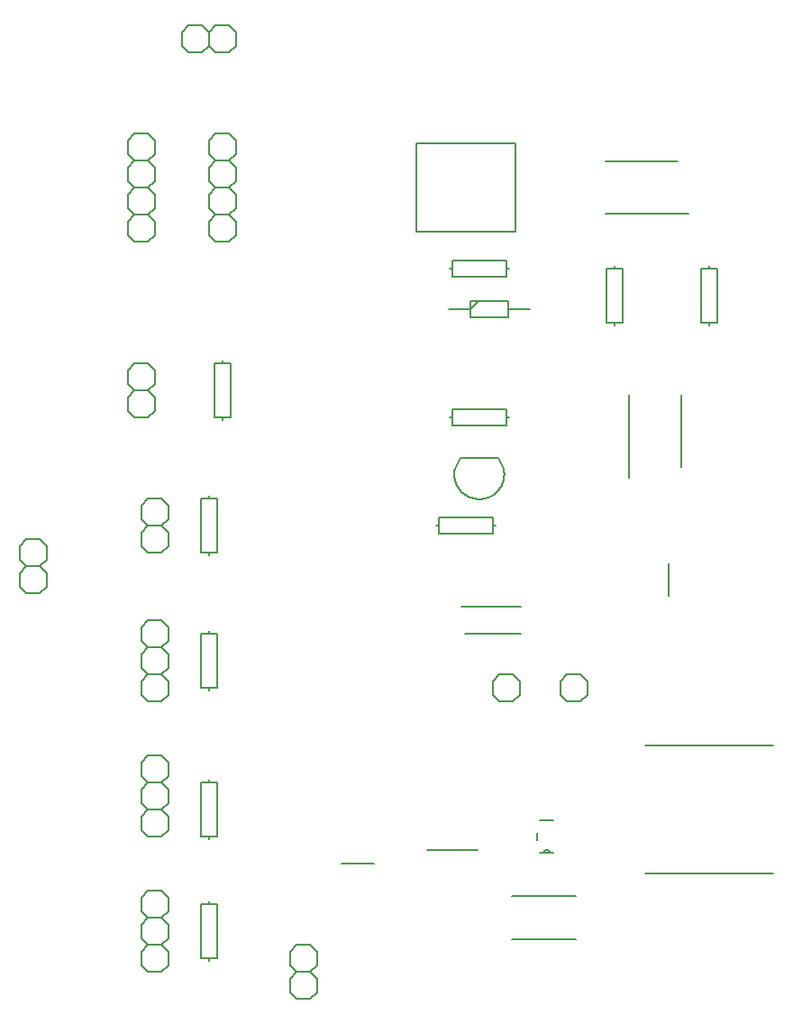
<source format=gto>
G75*
%MOIN*%
%OFA0B0*%
%FSLAX25Y25*%
%IPPOS*%
%LPD*%
%AMOC8*
5,1,8,0,0,1.08239X$1,22.5*
%
%ADD10C,0.00600*%
%ADD11C,0.00787*%
%ADD12C,0.00800*%
D10*
X0061000Y0058750D02*
X0063500Y0056250D01*
X0068500Y0056250D01*
X0071000Y0058750D01*
X0071000Y0063750D01*
X0068500Y0066250D01*
X0071000Y0068750D01*
X0071000Y0073750D01*
X0068500Y0076250D01*
X0071000Y0078750D01*
X0071000Y0083750D01*
X0068500Y0086250D01*
X0063500Y0086250D01*
X0061000Y0083750D01*
X0061000Y0078750D01*
X0063500Y0076250D01*
X0068500Y0076250D01*
X0063500Y0076250D02*
X0061000Y0073750D01*
X0061000Y0068750D01*
X0063500Y0066250D01*
X0068500Y0066250D01*
X0063500Y0066250D02*
X0061000Y0063750D01*
X0061000Y0058750D01*
X0063500Y0106250D02*
X0061000Y0108750D01*
X0061000Y0113750D01*
X0063500Y0116250D01*
X0061000Y0118750D01*
X0061000Y0123750D01*
X0063500Y0126250D01*
X0061000Y0128750D01*
X0061000Y0133750D01*
X0063500Y0136250D01*
X0068500Y0136250D01*
X0071000Y0133750D01*
X0071000Y0128750D01*
X0068500Y0126250D01*
X0071000Y0123750D01*
X0071000Y0118750D01*
X0068500Y0116250D01*
X0071000Y0113750D01*
X0071000Y0108750D01*
X0068500Y0106250D01*
X0063500Y0106250D01*
X0063500Y0116250D02*
X0068500Y0116250D01*
X0068500Y0126250D02*
X0063500Y0126250D01*
X0063500Y0156250D02*
X0061000Y0158750D01*
X0061000Y0163750D01*
X0063500Y0166250D01*
X0061000Y0168750D01*
X0061000Y0173750D01*
X0063500Y0176250D01*
X0061000Y0178750D01*
X0061000Y0183750D01*
X0063500Y0186250D01*
X0068500Y0186250D01*
X0071000Y0183750D01*
X0071000Y0178750D01*
X0068500Y0176250D01*
X0071000Y0173750D01*
X0071000Y0168750D01*
X0068500Y0166250D01*
X0071000Y0163750D01*
X0071000Y0158750D01*
X0068500Y0156250D01*
X0063500Y0156250D01*
X0063500Y0166250D02*
X0068500Y0166250D01*
X0068500Y0176250D02*
X0063500Y0176250D01*
X0063500Y0211250D02*
X0061000Y0213750D01*
X0061000Y0218750D01*
X0063500Y0221250D01*
X0061000Y0223750D01*
X0061000Y0228750D01*
X0063500Y0231250D01*
X0068500Y0231250D01*
X0071000Y0228750D01*
X0071000Y0223750D01*
X0068500Y0221250D01*
X0071000Y0218750D01*
X0071000Y0213750D01*
X0068500Y0211250D01*
X0063500Y0211250D01*
X0063500Y0221250D02*
X0068500Y0221250D01*
X0063500Y0261250D02*
X0058500Y0261250D01*
X0056000Y0263750D01*
X0056000Y0268750D01*
X0058500Y0271250D01*
X0056000Y0273750D01*
X0056000Y0278750D01*
X0058500Y0281250D01*
X0063500Y0281250D01*
X0066000Y0278750D01*
X0066000Y0273750D01*
X0063500Y0271250D01*
X0066000Y0268750D01*
X0066000Y0263750D01*
X0063500Y0261250D01*
X0063500Y0271250D02*
X0058500Y0271250D01*
X0023500Y0216250D02*
X0018500Y0216250D01*
X0016000Y0213750D01*
X0016000Y0208750D01*
X0018500Y0206250D01*
X0016000Y0203750D01*
X0016000Y0198750D01*
X0018500Y0196250D01*
X0023500Y0196250D01*
X0026000Y0198750D01*
X0026000Y0203750D01*
X0023500Y0206250D01*
X0018500Y0206250D01*
X0023500Y0206250D02*
X0026000Y0208750D01*
X0026000Y0213750D01*
X0023500Y0216250D01*
X0058500Y0326250D02*
X0056000Y0328750D01*
X0056000Y0333750D01*
X0058500Y0336250D01*
X0056000Y0338750D01*
X0056000Y0343750D01*
X0058500Y0346250D01*
X0063500Y0346250D01*
X0066000Y0343750D01*
X0066000Y0338750D01*
X0063500Y0336250D01*
X0066000Y0333750D01*
X0066000Y0328750D01*
X0063500Y0326250D01*
X0058500Y0326250D01*
X0058500Y0336250D02*
X0063500Y0336250D01*
X0063500Y0346250D02*
X0066000Y0348750D01*
X0066000Y0353750D01*
X0063500Y0356250D01*
X0066000Y0358750D01*
X0066000Y0363750D01*
X0063500Y0366250D01*
X0058500Y0366250D01*
X0056000Y0363750D01*
X0056000Y0358750D01*
X0058500Y0356250D01*
X0063500Y0356250D01*
X0058500Y0356250D02*
X0056000Y0353750D01*
X0056000Y0348750D01*
X0058500Y0346250D01*
X0086000Y0343750D02*
X0086000Y0338750D01*
X0088500Y0336250D01*
X0093500Y0336250D01*
X0096000Y0338750D01*
X0096000Y0343750D01*
X0093500Y0346250D01*
X0088500Y0346250D01*
X0086000Y0343750D01*
X0088500Y0346250D02*
X0086000Y0348750D01*
X0086000Y0353750D01*
X0088500Y0356250D01*
X0086000Y0358750D01*
X0086000Y0363750D01*
X0088500Y0366250D01*
X0093500Y0366250D01*
X0096000Y0363750D01*
X0096000Y0358750D01*
X0093500Y0356250D01*
X0096000Y0353750D01*
X0096000Y0348750D01*
X0093500Y0346250D01*
X0093500Y0356250D02*
X0088500Y0356250D01*
X0088500Y0336250D02*
X0086000Y0333750D01*
X0086000Y0328750D01*
X0088500Y0326250D01*
X0093500Y0326250D01*
X0096000Y0328750D01*
X0096000Y0333750D01*
X0093500Y0336250D01*
X0093500Y0396250D02*
X0088500Y0396250D01*
X0086000Y0398750D01*
X0083500Y0396250D01*
X0078500Y0396250D01*
X0076000Y0398750D01*
X0076000Y0403750D01*
X0078500Y0406250D01*
X0083500Y0406250D01*
X0086000Y0403750D01*
X0088500Y0406250D01*
X0093500Y0406250D01*
X0096000Y0403750D01*
X0096000Y0398750D01*
X0093500Y0396250D01*
X0086000Y0398750D02*
X0086000Y0403750D01*
X0193500Y0166250D02*
X0191000Y0163750D01*
X0191000Y0158750D01*
X0193500Y0156250D01*
X0198500Y0156250D01*
X0201000Y0158750D01*
X0201000Y0163750D01*
X0198500Y0166250D01*
X0193500Y0166250D01*
X0216000Y0163750D02*
X0216000Y0158750D01*
X0218500Y0156250D01*
X0223500Y0156250D01*
X0226000Y0158750D01*
X0226000Y0163750D01*
X0223500Y0166250D01*
X0218500Y0166250D01*
X0216000Y0163750D01*
X0213500Y0112350D02*
X0208500Y0112350D01*
X0207500Y0107550D02*
X0207500Y0104950D01*
X0208500Y0100150D02*
X0209800Y0100150D01*
X0212200Y0100150D01*
X0213500Y0100150D01*
X0212200Y0100150D02*
X0212198Y0100219D01*
X0212192Y0100287D01*
X0212182Y0100355D01*
X0212169Y0100422D01*
X0212151Y0100488D01*
X0212130Y0100553D01*
X0212105Y0100617D01*
X0212077Y0100679D01*
X0212045Y0100740D01*
X0212010Y0100799D01*
X0211971Y0100855D01*
X0211929Y0100910D01*
X0211884Y0100961D01*
X0211836Y0101011D01*
X0211786Y0101057D01*
X0211733Y0101100D01*
X0211677Y0101141D01*
X0211620Y0101178D01*
X0211560Y0101211D01*
X0211498Y0101242D01*
X0211435Y0101268D01*
X0211371Y0101291D01*
X0211305Y0101311D01*
X0211238Y0101326D01*
X0211171Y0101338D01*
X0211103Y0101346D01*
X0211034Y0101350D01*
X0210966Y0101350D01*
X0210897Y0101346D01*
X0210829Y0101338D01*
X0210762Y0101326D01*
X0210695Y0101311D01*
X0210629Y0101291D01*
X0210565Y0101268D01*
X0210502Y0101242D01*
X0210440Y0101211D01*
X0210380Y0101178D01*
X0210323Y0101141D01*
X0210267Y0101100D01*
X0210214Y0101057D01*
X0210164Y0101011D01*
X0210116Y0100961D01*
X0210071Y0100910D01*
X0210029Y0100855D01*
X0209990Y0100799D01*
X0209955Y0100740D01*
X0209923Y0100679D01*
X0209895Y0100617D01*
X0209870Y0100553D01*
X0209849Y0100488D01*
X0209831Y0100422D01*
X0209818Y0100355D01*
X0209808Y0100287D01*
X0209802Y0100219D01*
X0209800Y0100150D01*
X0126000Y0063750D02*
X0126000Y0058750D01*
X0123500Y0056250D01*
X0126000Y0053750D01*
X0126000Y0048750D01*
X0123500Y0046250D01*
X0118500Y0046250D01*
X0116000Y0048750D01*
X0116000Y0053750D01*
X0118500Y0056250D01*
X0116000Y0058750D01*
X0116000Y0063750D01*
X0118500Y0066250D01*
X0123500Y0066250D01*
X0126000Y0063750D01*
X0123500Y0056250D02*
X0118500Y0056250D01*
D11*
X0135094Y0096250D02*
X0146906Y0096250D01*
X0166551Y0101250D02*
X0185449Y0101250D01*
X0198189Y0084222D02*
X0221661Y0084222D01*
X0221661Y0068278D02*
X0198189Y0068278D01*
X0247378Y0092628D02*
X0294622Y0092628D01*
X0294622Y0139872D02*
X0247378Y0139872D01*
X0256000Y0195344D02*
X0256000Y0207156D01*
X0241394Y0238888D02*
X0241394Y0269636D01*
X0260606Y0269636D02*
X0260606Y0242864D01*
X0204661Y0301250D02*
X0196591Y0301250D01*
X0196591Y0298297D02*
X0182811Y0298297D01*
X0182811Y0304203D01*
X0196591Y0304203D01*
X0196591Y0298297D01*
X0185764Y0304203D02*
X0182811Y0301250D01*
X0174740Y0301250D01*
X0162594Y0329852D02*
X0199406Y0329852D01*
X0199406Y0362648D01*
X0162594Y0362648D01*
X0162594Y0329852D01*
X0232614Y0336644D02*
X0263362Y0336644D01*
X0259386Y0355856D02*
X0232614Y0355856D01*
X0193087Y0246250D02*
X0178913Y0246250D01*
X0176984Y0242234D01*
X0176984Y0242235D02*
X0176939Y0242014D01*
X0176899Y0241792D01*
X0176865Y0241569D01*
X0176836Y0241345D01*
X0176813Y0241121D01*
X0176795Y0240896D01*
X0176782Y0240671D01*
X0176776Y0240445D01*
X0176774Y0240220D01*
X0176778Y0239994D01*
X0176788Y0239769D01*
X0176803Y0239544D01*
X0176824Y0239319D01*
X0176850Y0239095D01*
X0176882Y0238872D01*
X0176919Y0238649D01*
X0176961Y0238428D01*
X0177009Y0238208D01*
X0177062Y0237988D01*
X0177121Y0237771D01*
X0177185Y0237554D01*
X0177254Y0237340D01*
X0177329Y0237127D01*
X0177408Y0236916D01*
X0177493Y0236707D01*
X0177583Y0236500D01*
X0177678Y0236295D01*
X0177777Y0236093D01*
X0177882Y0235893D01*
X0177992Y0235696D01*
X0178106Y0235502D01*
X0178225Y0235310D01*
X0178349Y0235122D01*
X0178477Y0234936D01*
X0178610Y0234754D01*
X0178747Y0234575D01*
X0178889Y0234399D01*
X0179035Y0234227D01*
X0179184Y0234059D01*
X0179339Y0233894D01*
X0179497Y0233733D01*
X0179658Y0233576D01*
X0179824Y0233423D01*
X0179994Y0233274D01*
X0180167Y0233129D01*
X0180343Y0232989D01*
X0180523Y0232853D01*
X0180706Y0232721D01*
X0180892Y0232594D01*
X0181082Y0232471D01*
X0181274Y0232353D01*
X0181469Y0232240D01*
X0181667Y0232132D01*
X0181867Y0232028D01*
X0182070Y0231930D01*
X0182275Y0231836D01*
X0182483Y0231748D01*
X0182692Y0231664D01*
X0182904Y0231586D01*
X0183117Y0231513D01*
X0183332Y0231445D01*
X0183549Y0231383D01*
X0183767Y0231325D01*
X0183986Y0231273D01*
X0184207Y0231227D01*
X0184429Y0231186D01*
X0184652Y0231150D01*
X0184875Y0231120D01*
X0185099Y0231095D01*
X0185324Y0231076D01*
X0185549Y0231062D01*
X0185774Y0231054D01*
X0186000Y0231051D01*
X0186226Y0231054D01*
X0186451Y0231062D01*
X0186676Y0231076D01*
X0186901Y0231095D01*
X0187125Y0231120D01*
X0187348Y0231150D01*
X0187571Y0231186D01*
X0187793Y0231227D01*
X0188014Y0231273D01*
X0188233Y0231325D01*
X0188451Y0231383D01*
X0188668Y0231445D01*
X0188883Y0231513D01*
X0189096Y0231586D01*
X0189308Y0231664D01*
X0189517Y0231748D01*
X0189725Y0231836D01*
X0189930Y0231930D01*
X0190133Y0232028D01*
X0190333Y0232132D01*
X0190531Y0232240D01*
X0190726Y0232353D01*
X0190918Y0232471D01*
X0191108Y0232594D01*
X0191294Y0232721D01*
X0191477Y0232853D01*
X0191657Y0232989D01*
X0191833Y0233129D01*
X0192006Y0233274D01*
X0192176Y0233423D01*
X0192342Y0233576D01*
X0192503Y0233733D01*
X0192661Y0233894D01*
X0192816Y0234059D01*
X0192965Y0234227D01*
X0193111Y0234399D01*
X0193253Y0234575D01*
X0193390Y0234754D01*
X0193523Y0234936D01*
X0193651Y0235122D01*
X0193775Y0235310D01*
X0193894Y0235502D01*
X0194008Y0235696D01*
X0194118Y0235893D01*
X0194223Y0236093D01*
X0194322Y0236295D01*
X0194417Y0236500D01*
X0194507Y0236707D01*
X0194592Y0236916D01*
X0194671Y0237127D01*
X0194746Y0237340D01*
X0194815Y0237554D01*
X0194879Y0237771D01*
X0194938Y0237988D01*
X0194991Y0238208D01*
X0195039Y0238428D01*
X0195081Y0238649D01*
X0195118Y0238872D01*
X0195150Y0239095D01*
X0195176Y0239319D01*
X0195197Y0239544D01*
X0195212Y0239769D01*
X0195222Y0239994D01*
X0195226Y0240220D01*
X0195224Y0240445D01*
X0195218Y0240671D01*
X0195205Y0240896D01*
X0195187Y0241121D01*
X0195164Y0241345D01*
X0195135Y0241569D01*
X0195101Y0241792D01*
X0195061Y0242014D01*
X0195016Y0242235D01*
X0195016Y0242234D02*
X0193087Y0246250D01*
X0201256Y0191376D02*
X0179484Y0191376D01*
X0180744Y0181124D02*
X0201256Y0181124D01*
D12*
X0191000Y0218250D02*
X0171000Y0218250D01*
X0171000Y0221250D01*
X0170000Y0221250D01*
X0171000Y0221250D02*
X0171000Y0224250D01*
X0191000Y0224250D01*
X0191000Y0221250D01*
X0192000Y0221250D01*
X0191000Y0221250D02*
X0191000Y0218250D01*
X0196000Y0258250D02*
X0176000Y0258250D01*
X0176000Y0261250D01*
X0175000Y0261250D01*
X0176000Y0261250D02*
X0176000Y0264250D01*
X0196000Y0264250D01*
X0196000Y0261250D01*
X0197000Y0261250D01*
X0196000Y0261250D02*
X0196000Y0258250D01*
X0233000Y0296250D02*
X0236000Y0296250D01*
X0236000Y0295250D01*
X0236000Y0296250D02*
X0239000Y0296250D01*
X0239000Y0316250D01*
X0236000Y0316250D01*
X0236000Y0317250D01*
X0236000Y0316250D02*
X0233000Y0316250D01*
X0233000Y0296250D01*
X0268000Y0296250D02*
X0268000Y0316250D01*
X0271000Y0316250D01*
X0271000Y0317250D01*
X0271000Y0316250D02*
X0274000Y0316250D01*
X0274000Y0296250D01*
X0271000Y0296250D01*
X0271000Y0295250D01*
X0271000Y0296250D02*
X0268000Y0296250D01*
X0197000Y0316250D02*
X0196000Y0316250D01*
X0196000Y0313250D01*
X0176000Y0313250D01*
X0176000Y0316250D01*
X0175000Y0316250D01*
X0176000Y0316250D02*
X0176000Y0319250D01*
X0196000Y0319250D01*
X0196000Y0316250D01*
X0094000Y0281250D02*
X0094000Y0261250D01*
X0091000Y0261250D01*
X0091000Y0260250D01*
X0091000Y0261250D02*
X0088000Y0261250D01*
X0088000Y0281250D01*
X0091000Y0281250D01*
X0091000Y0282250D01*
X0091000Y0281250D02*
X0094000Y0281250D01*
X0086000Y0232250D02*
X0086000Y0231250D01*
X0089000Y0231250D01*
X0089000Y0211250D01*
X0086000Y0211250D01*
X0086000Y0210250D01*
X0086000Y0211250D02*
X0083000Y0211250D01*
X0083000Y0231250D01*
X0086000Y0231250D01*
X0086000Y0182250D02*
X0086000Y0181250D01*
X0089000Y0181250D01*
X0089000Y0161250D01*
X0086000Y0161250D01*
X0086000Y0160250D01*
X0086000Y0161250D02*
X0083000Y0161250D01*
X0083000Y0181250D01*
X0086000Y0181250D01*
X0086000Y0127250D02*
X0086000Y0126250D01*
X0089000Y0126250D01*
X0089000Y0106250D01*
X0086000Y0106250D01*
X0086000Y0105250D01*
X0086000Y0106250D02*
X0083000Y0106250D01*
X0083000Y0126250D01*
X0086000Y0126250D01*
X0086000Y0082250D02*
X0086000Y0081250D01*
X0089000Y0081250D01*
X0089000Y0061250D01*
X0086000Y0061250D01*
X0086000Y0060250D01*
X0086000Y0061250D02*
X0083000Y0061250D01*
X0083000Y0081250D01*
X0086000Y0081250D01*
M02*

</source>
